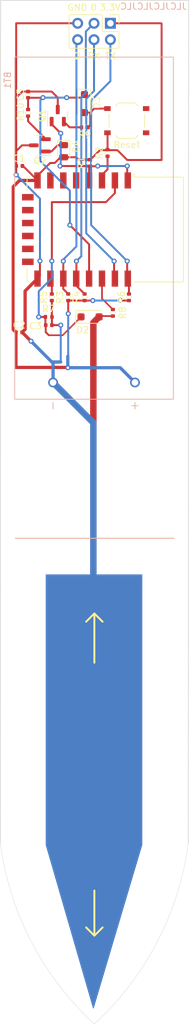
<source format=kicad_pcb>
(kicad_pcb (version 20221018) (generator pcbnew)
  (layers (0 "F.Cu" signal) (31 "B.Cu" signal) (34 "B.Paste" user) (35 "F.Paste" user) (36 "B.SilkS" user "B.Silkscreen") (37 "F.SilkS" user "F.Silkscreen") (38 "B.Mask" user) (39 "F.Mask" user) (44 "Edge.Cuts" user))
  (net 0 "")
  (net 1 "Net-(U1-EN)")
  (net 5 "+3.3V")
  (net 12 "GND")
  (net 13 "/SensorCapV")
  (net 14 "Net-(D3-A)")
  (net 15 "Net-(D4-K)")
  (net 16 "Net-(Q1-B)")
  (net 17 "Net-(Q2-B)")
  (net 18 "/GPIO0")
  (net 19 "/TX")
  (net 20 "/GPIO2")
  (net 21 "/RX")
  (net 22 "/AD0")
  (net 23 "/GPIO4")
  (net 24 "/RST")
  (net 25 "/GPIO15")
  (net 26 "/GPIO5")
  (footprint "Capacitor_SMD:C_0402_1005Metric" (layer "F.Cu") (at 128.84 46.945516 90)
    (fp_text reference "C5" (at 0 -1.16 90) (layer "F.SilkS"))
    (fp_text value "10uF")
    (fp_line (start -0.107836 -0.36) (end 0.107836 -0.36) (stroke (width 0.12)) (layer "F.SilkS"))
    (fp_line (start -0.107836 0.36) (end 0.107836 0.36) (stroke (width 0.12)) (layer "F.SilkS"))
    (pad "1" smd roundrect (at -0.48 0 90) (size 0.56 0.62) (layers "F.Cu" "F.Paste" "F.Mask") (net 23 "/GPIO4"))
    (pad "2" smd roundrect (at 0.48 0 90) (size 0.56 0.62) (layers "F.Cu" "F.Paste" "F.Mask") (net 12 "GND"))
  )
  (footprint "CustomFootprints:SW_Push_1P1T_XKB_TS-1187A" (layer "F.Cu") (at 144.144 50.977 180)
    (fp_text reference "Reset1" hide)
    (fp_text value "Reset" hide)
    (fp_line (start -2.75 -1) (end -2.75 1) (stroke (width 0.12)) (layer "F.SilkS"))
    (fp_line (start -1.75 -2.3) (end -1.3 -2.75) (stroke (width 0.12)) (layer "F.SilkS"))
    (fp_line (start -1.75 2.3) (end -1.3 2.75) (stroke (width 0.12)) (layer "F.SilkS"))
    (fp_line (start -1.3 -2.75) (end 1.3 -2.75) (stroke (width 0.12)) (layer "F.SilkS"))
    (fp_line (start -1.3 2.75) (end 1.3 2.75) (stroke (width 0.12)) (layer "F.SilkS"))
    (fp_line (start 1.75 -2.3) (end 1.3 -2.75) (stroke (width 0.12)) (layer "F.SilkS"))
    (fp_line (start 1.75 2.3) (end 1.3 2.75) (stroke (width 0.12)) (layer "F.SilkS"))
    (fp_line (start 2.75 -1) (end 2.75 1) (stroke (width 0.12)) (layer "F.SilkS"))
    (pad "1" smd rect (at -3 -1.875 180) (size 1 0.75) (layers "F.Cu" "F.Paste" "F.Mask"))
    (pad "2" smd rect (at 3 -1.875 180) (size 1 0.75) (layers "F.Cu" "F.Paste" "F.Mask") (net 5 "+3.3V"))
    (pad "3" smd rect (at -3 1.875 180) (size 1 0.75) (layers "F.Cu" "F.Paste" "F.Mask"))
    (pad "4" smd rect (at 3 1.875 180) (size 1 0.75) (layers "F.Cu" "F.Paste" "F.Mask") (net 14 "Net-(D3-A)"))
  )
  (footprint "LED_SMD:LED_0805_2012Metric" (layer "F.Cu") (at 134.36 55.703016 -90)
    (fp_text reference "D4" (at -0.7495 -1.974 90) (layer "F.SilkS"))
    (fp_text value "GREEN")
    (fp_line (start -1.685 -0.96) (end -1.685 0.96) (stroke (width 0.12)) (layer "F.SilkS"))
    (fp_line (start -1.685 0.96) (end 1 0.96) (stroke (width 0.12)) (layer "F.SilkS"))
    (fp_line (start 1 -0.96) (end -1.685 -0.96) (stroke (width 0.12)) (layer "F.SilkS"))
    (pad "1" smd roundrect (at -0.9375 0 270) (size 0.975 1.4) (layers "F.Cu" "F.Paste" "F.Mask") (net 15 "Net-(D4-K)"))
    (pad "2" smd roundrect (at 0.9375 0 270) (size 0.975 1.4) (layers "F.Cu" "F.Paste" "F.Mask") (net 5 "+3.3V"))
  )
  (footprint "Diode_SMD:D_SOD-123F" (layer "F.Cu") (at 138.45 81.36)
    (fp_text reference "D2" (at -1.164 2.032) (layer "F.SilkS"))
    (fp_text value "~")
    (fp_line (start -2.21 -1) (end -2.21 1) (stroke (width 0.12)) (layer "F.SilkS"))
    (fp_line (start -2.21 -1) (end 1.65 -1) (stroke (width 0.12)) (layer "F.SilkS"))
    (fp_line (start -2.21 1) (end 1.65 1) (stroke (width 0.12)) (layer "F.SilkS"))
    (pad "1" smd roundrect (at -1.4 0) (size 1.1 1.1) (layers "F.Cu" "F.Paste" "F.Mask") (roundrect_rratio 0.2272727273) (net 22 "/AD0"))
    (pad "2" smd roundrect (at 1.4 0) (size 1.1 1.1) (layers "F.Cu" "F.Paste" "F.Mask") (roundrect_rratio 0.2272727273) (net 13 "/SensorCapV"))
  )
  (footprint "Capacitor_SMD:C_0402_1005Metric" (layer "F.Cu") (at 132.055 82.639516 180)
    (fp_text reference "C3" (at 2.071 -0.153) (layer "F.SilkS"))
    (fp_text value "1uF")
    (fp_line (start -0.107836 -0.36) (end 0.107836 -0.36) (stroke (width 0.12)) (layer "F.SilkS"))
    (fp_line (start -0.107836 0.36) (end 0.107836 0.36) (stroke (width 0.12)) (layer "F.SilkS"))
    (pad "1" smd roundrect (at -0.48 0 180) (size 0.56 0.62) (layers "F.Cu" "F.Paste" "F.Mask") (net 12 "GND"))
    (pad "2" smd roundrect (at 0.48 0 180) (size 0.56 0.62) (layers "F.Cu" "F.Paste" "F.Mask") (net 22 "/AD0"))
  )
  (footprint "Resistor_SMD:R_0402_1005Metric" (layer "F.Cu") (at 135.064 78.323516 90)
    (fp_text reference "R3" (at 0.002 -1.27 90) (layer "F.SilkS"))
    (fp_text value "10k")
    (fp_line (start -0.153641 -0.38) (end 0.153641 -0.38) (stroke (width 0.12)) (layer "F.SilkS"))
    (fp_line (start -0.153641 0.38) (end 0.153641 0.38) (stroke (width 0.12)) (layer "F.SilkS"))
    (pad "1" smd roundrect (at -0.51 0 90) (size 0.54 0.64) (layers "F.Cu" "F.Paste" "F.Mask") (net 5 "+3.3V"))
    (pad "2" smd roundrect (at 0.51 0 90) (size 0.54 0.64) (layers "F.Cu" "F.Paste" "F.Mask") (net 20 "/GPIO2"))
  )
  (footprint "Resistor_SMD:R_0402_1005Metric" (layer "F.Cu") (at 144.48 78.319516 90)
    (fp_text reference "R6" (at 0 -1.17 90) (layer "F.SilkS"))
    (fp_text value "10k")
    (fp_line (start -0.153641 -0.38) (end 0.153641 -0.38) (stroke (width 0.12)) (layer "F.SilkS"))
    (fp_line (start -0.153641 0.38) (end 0.153641 0.38) (stroke (width 0.12)) (layer "F.SilkS"))
    (pad "1" smd roundrect (at -0.51 0 90) (size 0.54 0.64) (layers "F.Cu" "F.Paste" "F.Mask") (net 5 "+3.3V"))
    (pad "2" smd roundrect (at 0.51 0 90) (size 0.54 0.64) (layers "F.Cu" "F.Paste" "F.Mask") (net 19 "/TX"))
  )
  (footprint "Resistor_SMD:R_0402_1005Metric" (layer "F.Cu") (at 141.16 55.967516 -90)
    (fp_text reference "R2" (at 0.002 1.27 90) (layer "F.SilkS"))
    (fp_text value "10k")
    (fp_line (start -0.153641 -0.38) (end 0.153641 -0.38) (stroke (width 0.12)) (layer "F.SilkS"))
    (fp_line (start -0.153641 0.38) (end 0.153641 0.38) (stroke (width 0.12)) (layer "F.SilkS"))
    (pad "1" smd roundrect (at -0.51 0 270) (size 0.54 0.64) (layers "F.Cu" "F.Paste" "F.Mask") (net 5 "+3.3V"))
    (pad "2" smd roundrect (at 0.51 0 270) (size 0.54 0.64) (layers "F.Cu" "F.Paste" "F.Mask") (net 1 "Net-(U1-EN)"))
  )
  (footprint "Connector_PinHeader_2.54mm:PinHeader_2x03_P2.54mm_Vertical" (layer "F.Cu") (at 141.604 35.894 -90)
    (fp_text reference "J2" hide)
    (fp_text value "Programmer" hide)
    (fp_line (start -1.33 -1.33) (end 0 -1.33) (stroke (width 0.12)) (layer "F.SilkS"))
    (fp_line (start -1.33 0) (end -1.33 -1.33) (stroke (width 0.12)) (layer "F.SilkS"))
    (fp_line (start -1.33 1.27) (end -1.33 6.41) (stroke (width 0.12)) (layer "F.SilkS"))
    (fp_line (start -1.33 1.27) (end 1.27 1.27) (stroke (width 0.12)) (layer "F.SilkS"))
    (fp_line (start -1.33 6.41) (end 3.87 6.41) (stroke (width 0.12)) (layer "F.SilkS"))
    (fp_line (start 1.27 -1.33) (end 3.87 -1.33) (stroke (width 0.12)) (layer "F.SilkS"))
    (fp_line (start 1.27 1.27) (end 1.27 -1.33) (stroke (width 0.12)) (layer "F.SilkS"))
    (fp_line (start 3.87 -1.33) (end 3.87 6.41) (stroke (width 0.12)) (layer "F.SilkS"))
    (pad "1" thru_hole rect (at 0 0 270) (size 1.7 1.7) (drill 1) (layers "*.Cu" "*.Mask") (net 5 "+3.3V"))
    (pad "2" thru_hole oval (at 2.54 0 270) (size 1.7 1.7) (drill 1) (layers "*.Cu" "*.Mask") (net 19 "/TX"))
    (pad "3" thru_hole oval (at 0 2.54 270) (size 1.7 1.7) (drill 1) (layers "*.Cu" "*.Mask") (net 18 "/GPIO0"))
    (pad "4" thru_hole oval (at 2.54 2.54 270) (size 1.7 1.7) (drill 1) (layers "*.Cu" "*.Mask") (net 21 "/RX"))
    (pad "5" thru_hole oval (at 0 5.08 270) (size 1.7 1.7) (drill 1) (layers "*.Cu" "*.Mask") (net 12 "GND"))
    (pad "6" thru_hole oval (at 2.54 5.08 270) (size 1.7 1.7) (drill 1) (layers "*.Cu" "*.Mask") (net 20 "/GPIO2"))
  )
  (footprint "Resistor_SMD:R_0402_1005Metric" (layer "F.Cu") (at 138.366 57.525516 -90)
    (fp_text reference "R1" (at -0.032 1.27 90) (layer "F.SilkS"))
    (fp_text value "10k")
    (fp_line (start -0.153641 -0.38) (end 0.153641 -0.38) (stroke (width 0.12)) (layer "F.SilkS"))
    (fp_line (start -0.153641 0.38) (end 0.153641 0.38) (stroke (width 0.12)) (layer "F.SilkS"))
    (pad "1" smd roundrect (at -0.51 0 270) (size 0.54 0.64) (layers "F.Cu" "F.Paste" "F.Mask") (net 5 "+3.3V"))
    (pad "2" smd roundrect (at 0.51 0 270) (size 0.54 0.64) (layers "F.Cu" "F.Paste" "F.Mask") (net 24 "/RST"))
  )
  (footprint "Package_TO_SOT_SMD:SOT-23" (layer "F.Cu") (at 130.68 54.795516 180)
    (fp_text reference "Q2" (at 0 -2.4) (layer "F.SilkS"))
    (fp_text value "NPN")
    (fp_line (start 0 -1.56) (end -1.675 -1.56) (stroke (width 0.12)) (layer "F.SilkS"))
    (fp_line (start 0 -1.56) (end 0.65 -1.56) (stroke (width 0.12)) (layer "F.SilkS"))
    (fp_line (start 0 1.56) (end -0.65 1.56) (stroke (width 0.12)) (layer "F.SilkS"))
    (fp_line (start 0 1.56) (end 0.65 1.56) (stroke (width 0.12)) (layer "F.SilkS"))
    (pad "1" smd roundrect (at -0.9375 -0.95 180) (size 1.475 0.6) (layers "F.Cu" "F.Paste" "F.Mask") (net 15 "Net-(D4-K)"))
    (pad "2" smd roundrect (at -0.9375 0.95 180) (size 1.475 0.6) (layers "F.Cu" "F.Paste" "F.Mask") (net 17 "Net-(Q2-B)"))
    (pad "3" smd roundrect (at 0.9375 0 180) (size 1.475 0.6) (layers "F.Cu" "F.Paste" "F.Mask") (net 12 "GND"))
  )
  (footprint "Diode_SMD:D_SOD-123F" (layer "F.Cu") (at 137.58 48.325516 -90)
    (fp_text reference "D3" (at -0.127 -1.905 90) (layer "F.SilkS"))
    (fp_text value "~")
    (fp_line (start -2.21 -1) (end -2.21 1) (stroke (width 0.12)) (layer "F.SilkS"))
    (fp_line (start -2.21 -1) (end 1.65 -1) (stroke (width 0.12)) (layer "F.SilkS"))
    (fp_line (start -2.21 1) (end 1.65 1) (stroke (width 0.12)) (layer "F.SilkS"))
    (pad "1" smd roundrect (at -1.4 0 270) (size 1.1 1.1) (layers "F.Cu" "F.Paste" "F.Mask") (roundrect_rratio 0.2272727273) (net 23 "/GPIO4"))
    (pad "2" smd roundrect (at 1.4 0 270) (size 1.1 1.1) (layers "F.Cu" "F.Paste" "F.Mask") (roundrect_rratio 0.2272727273) (net 14 "Net-(D3-A)"))
  )
  (footprint "Resistor_SMD:R_0402_1005Metric" (layer "F.Cu") (at 132.52 78.325516 -90)
    (fp_text reference "R5" (at -0.004 1.266 90) (layer "F.SilkS"))
    (fp_text value "10k")
    (fp_line (start -0.153641 -0.38) (end 0.153641 -0.38) (stroke (width 0.12)) (layer "F.SilkS"))
    (fp_line (start -0.153641 0.38) (end 0.153641 0.38) (stroke (width 0.12)) (layer "F.SilkS"))
    (pad "1" smd roundrect (at -0.51 0 270) (size 0.54 0.64) (layers "F.Cu" "F.Paste" "F.Mask") (net 25 "/GPIO15"))
    (pad "2" smd roundrect (at 0.51 0 270) (size 0.54 0.64) (layers "F.Cu" "F.Paste" "F.Mask") (net 12 "GND"))
  )
  (footprint "Resistor_SMD:R_0402_1005Metric" (layer "F.Cu") (at 141.985 80.725 90)
    (fp_text reference "R8" (at 0 1.492 90) (layer "F.SilkS"))
    (fp_text value "10k")
    (fp_line (start -0.153641 -0.38) (end 0.153641 -0.38) (stroke (width 0.12)) (layer "F.SilkS"))
    (fp_line (start -0.153641 0.38) (end 0.153641 0.38) (stroke (width 0.12)) (layer "F.SilkS"))
    (pad "1" smd roundrect (at -0.51 0 90) (size 0.54 0.64) (layers "F.Cu" "F.Paste" "F.Mask") (net 13 "/SensorCapV"))
    (pad "2" smd roundrect (at 0.51 0 90) (size 0.54 0.64) (layers "F.Cu" "F.Paste" "F.Mask") (net 26 "/GPIO5"))
  )
  (footprint "Resistor_SMD:R_0402_1005Metric" (layer "F.Cu") (at 137.63 52.005516 180)
    (fp_text reference "R9" (at 0 -1.17) (layer "F.SilkS"))
    (fp_text value "5.1k")
    (fp_line (start -0.153641 -0.38) (end 0.153641 -0.38) (stroke (width 0.12)) (layer "F.SilkS"))
    (fp_line (start -0.153641 0.38) (end 0.153641 0.38) (stroke (width 0.12)) (layer "F.SilkS"))
    (pad "1" smd roundrect (at -0.51 0 180) (size 0.54 0.64) (layers "F.Cu" "F.Paste" "F.Mask") (net 14 "Net-(D3-A)"))
    (pad "2" smd roundrect (at 0.51 0 180) (size 0.54 0.64) (layers "F.Cu" "F.Paste" "F.Mask") (net 16 "Net-(Q1-B)"))
  )
  (footprint "Resistor_SMD:R_0402_1005Metric" (layer "F.Cu") (at 137.604 78.323516 90)
    (fp_text reference "R4" (at 0.002 -1.27 90) (layer "F.SilkS"))
    (fp_text value "10k")
    (fp_line (start -0.153641 -0.38) (end 0.153641 -0.38) (stroke (width 0.12)) (layer "F.SilkS"))
    (fp_line (start -0.153641 0.38) (end 0.153641 0.38) (stroke (width 0.12)) (layer "F.SilkS"))
    (pad "1" smd roundrect (at -0.51 0 90) (size 0.54 0.64) (layers "F.Cu" "F.Paste" "F.Mask") (net 5 "+3.3V"))
    (pad "2" smd roundrect (at 0.51 0 90) (size 0.54 0.64) (layers "F.Cu" "F.Paste" "F.Mask") (net 18 "/GPIO0"))
  )
  (footprint "Resistor_SMD:R_0402_1005Metric" (layer "F.Cu") (at 128.84 49.755516 -90)
    (fp_text reference "R10" (at -0.136 1.142 -90) (layer "F.SilkS"))
    (fp_text value "100k")
    (fp_line (start -0.153641 -0.38) (end 0.153641 -0.38) (stroke (width 0.12)) (layer "F.SilkS"))
    (fp_line (start -0.153641 0.38) (end 0.153641 0.38) (stroke (width 0.12)) (layer "F.SilkS"))
    (pad "1" smd roundrect (at -0.51 0 270) (size 0.54 0.64) (layers "F.Cu" "F.Paste" "F.Mask") (net 23 "/GPIO4"))
    (pad "2" smd roundrect (at 0.51 0 270) (size 0.54 0.64) (layers "F.Cu" "F.Paste" "F.Mask") (net 17 "Net-(Q2-B)"))
  )
  (footprint "Resistor_SMD:R_0402_1005Metric" (layer "F.Cu") (at 132.035 81.369516 180)
    (fp_text reference "R7" (at 0.019 1.27) (layer "F.SilkS"))
    (fp_text value "1M")
    (fp_line (start -0.153641 -0.38) (end 0.153641 -0.38) (stroke (width 0.12)) (layer "F.SilkS"))
    (fp_line (start -0.153641 0.38) (end 0.153641 0.38) (stroke (width 0.12)) (layer "F.SilkS"))
    (pad "1" smd roundrect (at -0.51 0 180) (size 0.54 0.64) (layers "F.Cu" "F.Paste" "F.Mask") (net 12 "GND"))
    (pad "2" smd roundrect (at 0.51 0 180) (size 0.54 0.64) (layers "F.Cu" "F.Paste" "F.Mask") (net 22 "/AD0"))
  )
  (footprint "RF_Module:ESP-12E" (layer "F.Cu") (at 140.8 67.830484 -90)
    (fp_text reference "U1" hide)
    (fp_text value "ESP-12F")
    (fp_line (start -8.12 -12.12) (end 8.12 -12.12) (stroke (width 0.12)) (layer "F.SilkS"))
    (fp_line (start -8.12 -4.5) (end -8.73 -4.5) (stroke (width 0.12)) (layer "F.SilkS"))
    (fp_line (start -8.12 -4.5) (end -8.12 -12.12) (stroke (width 0.12)) (layer "F.SilkS"))
    (fp_line (start -8.12 12.12) (end -8.12 11.5) (stroke (width 0.12)) (layer "F.SilkS"))
    (fp_line (start -6 12.12) (end -8.12 12.12) (stroke (width 0.12)) (layer "F.SilkS"))
    (fp_line (start 8.12 -12.12) (end 8.12 -4.5) (stroke (width 0.12)) (layer "F.SilkS"))
    (fp_line (start 8.12 11.5) (end 8.12 12.12) (stroke (width 0.12)) (layer "F.SilkS"))
    (fp_line (start 8.12 12.12) (end 6 12.12) (stroke (width 0.12)) (layer "F.SilkS"))
    (pad "1" smd rect (at -7.6 -3.5 270) (size 2.5 1) (layers "F.Cu" "F.Paste" "F.Mask") (net 24 "/RST"))
    (pad "2" smd rect (at -7.6 -1.5 270) (size 2.5 1) (layers "F.Cu" "F.Paste" "F.Mask") (net 22 "/AD0"))
    (pad "3" smd rect (at -7.6 0.5 270) (size 2.5 1) (layers "F.Cu" "F.Paste" "F.Mask") (net 1 "Net-(U1-EN)"))
    (pad "4" smd rect (at -7.6 2.5 270) (size 2.5 1) (layers "F.Cu" "F.Paste" "F.Mask") (net 24 "/RST"))
    (pad "5" smd rect (at -7.6 4.5 270) (size 2.5 1) (layers "F.Cu" "F.Paste" "F.Mask"))
    (pad "6" smd rect (at -7.6 6.5 270) (size 2.5 1) (layers "F.Cu" "F.Paste" "F.Mask"))
    (pad "7" smd rect (at -7.6 8.5 270) (size 2.5 1) (layers "F.Cu" "F.Paste" "F.Mask"))
    (pad "8" smd rect (at -7.6 10.5 270) (size 2.5 1) (layers "F.Cu" "F.Paste" "F.Mask") (net 5 "+3.3V"))
    (pad "9" smd rect (at -5 12 270) (size 1 1.8) (layers "F.Cu" "F.Paste" "F.Mask"))
    (pad "10" smd rect (at -3 12 270) (size 1 1.8) (layers "F.Cu" "F.Paste" "F.Mask"))
    (pad "11" smd rect (at -1 12 270) (size 1 1.8) (layers "F.Cu" "F.Paste" "F.Mask"))
    (pad "12" smd rect (at 1 12 270) (size 1 1.8) (layers "F.Cu" "F.Paste" "F.Mask"))
    (pad "13" smd rect (at 3 12 270) (size 1 1.8) (layers "F.Cu" "F.Paste" "F.Mask"))
    (pad "14" smd rect (at 5 12 270) (size 1 1.8) (layers "F.Cu" "F.Paste" "F.Mask"))
    (pad "15" smd rect (at 7.6 10.5 270) (size 2.5 1) (layers "F.Cu" "F.Paste" "F.Mask") (net 12 "GND"))
    (pad "16" smd rect (at 7.6 8.5 270) (size 2.5 1) (layers "F.Cu" "F.Paste" "F.Mask") (net 25 "/GPIO15"))
    (pad "17" smd rect (at 7.6 6.5 270) (size 2.5 1) (layers "F.Cu" "F.Paste" "F.Mask") (net 20 "/GPIO2"))
    (pad "18" smd rect (at 7.6 4.5 270) (size 2.5 1) (layers "F.Cu" "F.Paste" "F.Mask") (net 18 "/GPIO0"))
    (pad "19" smd rect (at 7.6 2.5 270) (size 2.5 1) (layers "F.Cu" "F.Paste" "F.Mask") (net 23 "/GPIO4"))
    (pad "20" smd rect (at 7.6 0.5 270) (size 2.5 1) (layers "F.Cu" "F.Paste" "F.Mask") (net 26 "/GPIO5"))
    (pad "21" smd rect (at 7.6 -1.5 270) (size 2.5 1) (layers "F.Cu" "F.Paste" "F.Mask") (net 21 "/RX"))
    (pad "22" smd rect (at 7.6 -3.5 270) (size 2.5 1) (layers "F.Cu" "F.Paste" "F.Mask") (net 19 "/TX"))
    (zone (net 0) (net_name "") (layers "*.Cu") (connect_pads (clearance 0)) (min_thickness 0.254)
      (keepout (tracks not_allowed) (vias not_allowed) (pads not_allowed) (copperpour not_allowed) (footprints not_allowed))
      (fill (thermal_gap 0.508) (thermal_bridge_width 0.508))
      (polygon (pts (xy 145.6 59.710484) (xy 145.6 75.950484) (xy 152.92 75.950484) (xy 152.92 59.710484)))
    )
  )
  (footprint "Capacitor_SMD:C_0402_1005Metric" (layer "F.Cu") (at 127.48 57.985516)
    (fp_text reference "C1" (at 0 -1.16) (layer "F.SilkS"))
    (fp_text value "100nF")
    (fp_line (start -0.107836 -0.36) (end 0.107836 -0.36) (stroke (width 0.12)) (layer "F.SilkS"))
    (fp_line (start -0.107836 0.36) (end 0.107836 0.36) (stroke (width 0.12)) (layer "F.SilkS"))
    (pad "1" smd roundrect (at -0.48 0) (size 0.56 0.62) (layers "F.Cu" "F.Paste" "F.Mask") (net 12 "GND"))
    (pad "2" smd roundrect (at 0.48 0) (size 0.56 0.62) (layers "F.Cu" "F.Paste" "F.Mask") (net 5 "+3.3V"))
  )
  (footprint "Package_TO_SOT_SMD:SOT-23" (layer "F.Cu") (at 133.44 50.183016 90)
    (fp_text reference "Q1" (at 0 -2.4 90) (layer "F.SilkS"))
    (fp_text value "NPN")
    (fp_line (start 0 -1.56) (end -1.675 -1.56) (stroke (width 0.12)) (layer "F.SilkS"))
    (fp_line (start 0 -1.56) (end 0.65 -1.56) (stroke (width 0.12)) (layer "F.SilkS"))
    (fp_line (start 0 1.56) (end -0.65 1.56) (stroke (width 0.12)) (layer "F.SilkS"))
    (fp_line (start 0 1.56) (end 0.65 1.56) (stroke (width 0.12)) (layer "F.SilkS"))
    (pad "1" smd roundrect (at -0.9375 -0.95 90) (size 1.475 0.6) (layers "F.Cu" "F.Paste" "F.Mask") (net 24 "/RST"))
    (pad "2" smd roundrect (at -0.9375 0.95 90) (size 1.475 0.6) (layers "F.Cu" "F.Paste" "F.Mask") (net 16 "Net-(Q1-B)"))
    (pad "3" smd roundrect (at 0.9375 0 90) (size 1.475 0.6) (layers "F.Cu" "F.Paste" "F.Mask") (net 12 "GND"))
  )
  (footprint "Capacitor_SMD:C_0402_1005Metric" (layer "F.Cu") (at 127.44 83.745516 180)
    (fp_text reference "C2" (at 0 1.106) (layer "F.SilkS"))
    (fp_text value "10uF")
    (fp_line (start -0.107836 -0.36) (end 0.107836 -0.36) (stroke (width 0.12)) (layer "F.SilkS"))
    (fp_line (start -0.107836 0.36) (end 0.107836 0.36) (stroke (width 0.12)) (layer "F.SilkS"))
    (pad "1" smd roundrect (at -0.48 0 180) (size 0.56 0.62) (layers "F.Cu" "F.Paste" "F.Mask") (net 12 "GND"))
    (pad "2" smd roundrect (at 0.48 0 180) (size 0.56 0.62) (layers "F.Cu" "F.Paste" "F.Mask") (net 5 "+3.3V"))
  )
  (footprint "CustomFootprints:BAT_2468" (layer "B.Cu") (at 139.064 67.62 -90)
    (fp_text reference "BT1" (at -22.89 13.4 90) (layer "B.SilkS") (effects (justify mirror)))
    (fp_text value "2468")
    (fp_line (start -26.49 -12.295) (end -26.49 12.295) (stroke (width 0.127)) (layer "B.SilkS"))
    (fp_line (start -26.49 12.295) (end 26.49 12.295) (stroke (width 0.127)) (layer "B.SilkS"))
    (fp_line (start 26.49 -12.295) (end -26.49 -12.295) (stroke (width 0.127)) (layer "B.SilkS"))
    (fp_line (start 26.49 12.295) (end 26.49 -12.295) (stroke (width 0.127)) (layer "B.SilkS"))
    (fp_line (start 26.995 -6.35) (end 27.995 -6.35) (stroke (width 0.127)) (layer "B.SilkS"))
    (fp_line (start 26.995 6.35) (end 27.995 6.35) (stroke (width 0.127)) (layer "B.SilkS"))
    (fp_line (start 27.495 -5.85) (end 27.495 -6.85) (stroke (width 0.127)) (layer "B.SilkS"))
    (pad "1" thru_hole circle (at 23.9 -6.35 270) (size 1.53 1.53) (drill 1.02) (layers "*.Cu" "*.Mask") (net 5 "+3.3V"))
    (pad "2" thru_hole circle (at 23.9 6.35 270) (size 1.53 1.53) (drill 1.02) (layers "*.Cu" "*.Mask") (net 12 "GND"))
  )
  (gr_line (start 126.872 115.65) (end 151.51 115.65) (stroke (width 0.15)) (layer "B.SilkS"))
  (gr_line (start 126.872 115.65) (end 151.51 115.65) (stroke (width 0.15)) (layer "F.SilkS"))
  (gr_line (start 139.117 170.2) (end 139.117 177.185) (stroke (width 0.3048)) (layer "F.SilkS"))
  (gr_line (start 139.117 134.91) (end 139.117 127.29) (stroke (width 0.3048)) (layer "F.SilkS"))
  (gr_line (start 139.117 127.29) (end 137.847 128.56) (stroke (width 0.3048)) (layer "F.SilkS"))
  (gr_line (start 139.117 177.185) (end 137.847 175.915) (stroke (width 0.3048)) (layer "F.SilkS"))
  (gr_line (start 139.117 127.29) (end 140.387 128.56) (stroke (width 0.3048)) (layer "F.SilkS"))
  (gr_line (start 139.117 177.185) (end 140.387 175.915) (stroke (width 0.3048)) (layer "F.SilkS"))
  (gr_line (start 153.728937 32.338) (end 153.68 162.865516) (stroke (width 0.1)) (layer "Edge.Cuts"))
  (gr_line (start 153.728937 32.338) (end 124.586 32.338) (stroke (width 0.1)) (layer "Edge.Cuts"))
  (gr_arc (start 139.108531 190.848066) (mid 129.353737 178.142515) (end 124.537063 162.865516) (stroke (width 0.05)) (layer "Edge.Cuts"))
  (gr_line (start 124.586 32.338) (end 124.537063 162.865516) (stroke (width 0.1)) (layer "Edge.Cuts"))
  (gr_arc (start 153.679999 162.865516) (mid 148.863325 178.142515) (end 139.108531 190.848066) (stroke (width 0.05)) (layer "Edge.Cuts"))
  (gr_text "JLCJLCJLCJLC" (at 153.542 33.862) (layer "B.SilkS") (effects (font (size 1 1)) (justify left bottom mirror)))
  (gr_text "2" (at 136.524 40.974) (layer "F.SilkS") (effects (font (size 1 1))))
  (gr_text "TX" (at 141.604 40.974) (layer "F.SilkS") (effects (font (size 1 1))))
  (gr_text "RX" (at 139.064 40.974) (layer "F.SilkS") (effects (font (size 1 1))))
  (gr_text "0" (at 139.012 33.442) (layer "F.SilkS") (effects (font (size 1 1))))
  (gr_text "Reset" (at 144.144 54.69) (layer "F.SilkS") (effects (font (size 1 1))))
  (gr_text "3.3V" (at 141.552 33.442) (layer "F.SilkS") (effects (font (size 1 1))))
  (gr_text "GND" (at 136.472 33.442) (layer "F.SilkS") (effects (font (size 1 1))))
  (segment (start 140.3 59.369516) (end 141.16 58.509516) (width 0.3) (layer "F.Cu") (net 1))
  (segment (start 140.3 60.230484) (end 140.3 59.369516) (width 0.3) (layer "F.Cu") (net 1))
  (segment (start 141.16 56.477516) (end 141.16 58.509516) (width 0.3) (layer "F.Cu") (net 1))
  (segment (start 139.97 55.545516) (end 138.5 57.015516) (width 0.3) (layer "F.Cu") (net 5))
  (segment (start 126.54 83.325516) (end 126.96 83.745516) (width 0.5) (layer "F.Cu") (net 5))
  (segment (start 137.604 78.833516) (end 138.87 78.833516) (width 0.3) (layer "F.Cu") (net 5))
  (segment (start 134.36 56.640516) (end 136.285 56.640516) (width 0.3) (layer "F.Cu") (net 5))
  (segment (start 141.248 55.545516) (end 141.16 55.457516) (width 0.3) (layer "F.Cu") (net 5))
  (segment (start 135.064 78.833516) (end 135.064 80.769516) (width 0.3) (layer "F.Cu") (net 5))
  (segment (start 134.951516 89.185516) (end 126.96 89.185516) (width 0.5) (layer "F.Cu") (net 5))
  (segment (start 139.97 55.545516) (end 141.072 55.545516) (width 0.3) (layer "F.Cu") (net 5))
  (segment (start 144.210064 57.065516) (end 142.690064 55.545516) (width 0.3) (layer "F.Cu") (net 5))
  (segment (start 127.96 57.985516) (end 128.055032 57.985516) (width 0.3) (layer "F.Cu") (net 5))
  (segment (start 135 89.234) (end 134.951516 89.185516) (width 0.5) (layer "F.Cu") (net 5))
  (segment (start 142.690064 55.545516) (end 141.248 55.545516) (width 0.3) (layer "F.Cu") (net 5))
  (segment (start 141.604 35.894) (end 149.478 35.894) (width 0.3) (layer "F.Cu") (net 5))
  (segment (start 126.54 61.205516) (end 126.54 83.325516) (width 0.5) (layer "F.Cu") (net 5))
  (segment (start 126.96 89.185516) (end 126.96 83.745516) (width 0.5) (layer "F.Cu") (net 5))
  (segment (start 130.3 60.230484) (end 130.3 59.480484) (width 0.3) (layer "F.Cu") (net 5))
  (segment (start 141.16 55.457516) (end 141.16 53.042) (width 0.3) (layer "F.Cu") (net 5))
  (segment (start 136.285 56.640516) (end 136.66 57.015516) (width 0.3) (layer "F.Cu") (net 5))
  (segment (start 134.36 56.640516) (end 133.865 56.640516) (width 0.3) (layer "F.Cu") (net 5))
  (segment (start 130.3 59.480484) (end 132.254968 57.525516) (width 0.3) (layer "F.Cu") (net 5))
  (segment (start 141.072 55.545516) (end 141.16 55.457516) (width 0.3) (layer "F.Cu") (net 5))
  (segment (start 132.254968 57.525516) (end 132.98 57.525516) (width 0.3) (layer "F.Cu") (net 5))
  (segment (start 135.064 80.769516) (end 135.064 80.861516) (width 0.3) (layer "F.Cu") (net 5))
  (segment (start 138.87 78.833516) (end 138.874 78.829516) (width 0.3) (layer "F.Cu") (net 5))
  (segment (start 149.54 35.956) (end 149.54 57.065516) (width 0.3) (layer "F.Cu") (net 5))
  (segment (start 135.064 78.833516) (end 137.604 78.833516) (width 0.3) (layer "F.Cu") (net 5))
  (segment (start 128.055032 57.985516) (end 130.3 60.230484) (width 0.3) (layer "F.Cu") (net 5))
  (segment (start 127.515032 60.230484) (end 126.54 61.205516) (width 0.5) (layer "F.Cu") (net 5))
  (segment (start 149.478 35.894) (end 149.54 35.956) (width 0.3) (layer "F.Cu") (net 5))
  (segment (start 149.54 57.065516) (end 144.210064 57.065516) (width 0.3) (layer "F.Cu") (net 5))
  (segment (start 130.3 60.230484) (end 127.515032 60.230484) (width 0.5) (layer "F.Cu") (net 5))
  (segment (start 133.865 56.640516) (end 132.98 57.525516) (width 0.3) (layer "F.Cu") (net 5))
  (segment (start 136.66 57.015516) (end 138.5 57.015516) (width 0.3) (layer "F.Cu") (net 5))
  (segment (start 144.48 78.829516) (end 143.15 78.829516) (width 0.3) (layer "F.Cu") (net 5))
  (via (at 135 89.234) (size 0.8) (drill 0.4) (layers "F.Cu" "B.Cu") (net 5))
  (via (at 143.1 78.779516) (size 0.8) (drill 0.4) (layers "F.Cu" "B.Cu") (net 5))
  (via (at 138.874 78.829516) (size 0.8) (drill 0.4) (layers "F.Cu" "B.Cu") (net 5))
  (via (at 135.064 80.861516) (size 0.8) (drill 0.4) (layers "F.Cu" "B.Cu") (net 5))
  (segment (start 138.874 78.829516) (end 143.05 78.829516) (width 0.3) (layer "B.Cu") (net 5))
  (segment (start 142.366 89.234) (end 143.128 89.234) (width 0.5) (layer "B.Cu") (net 5))
  (segment (start 135 89.234) (end 142.366 89.234) (width 0.5) (layer "B.Cu") (net 5))
  (segment (start 135 87.456) (end 135.064 87.392) (width 0.3) (layer "B.Cu") (net 5))
  (segment (start 143.128 89.234) (end 145.414 91.52) (width 0.5) (layer "B.Cu") (net 5))
  (segment (start 135 89.234) (end 135 87.456) (width 0.5) (layer "B.Cu") (net 5))
  (segment (start 135.064 87.392) (end 135.064 80.861516) (width 0.3) (layer "B.Cu") (net 5))
  (segment (start 127.89 54.795516) (end 129.7425 54.795516) (width 0.3) (layer "F.Cu") (net 12))
  (segment (start 132.5 46.465516) (end 133.44 47.405516) (width 0.3) (layer "F.Cu") (net 12))
  (segment (start 127 57.985516) (end 127 59.365516) (width 0.3) (layer "F.Cu") (net 12))
  (segment (start 130.68 75.050484) (end 130.3 75.430484) (width 0.3) (layer "F.Cu") (net 12))
  (segment (start 128.38 77.350484) (end 128.38 83.285516) (width 0.5) (layer "F.Cu") (net 12))
  (segment (start 129.3 85.125516) (end 127.92 83.745516) (width 0.5) (layer "F.Cu") (net 12))
  (segment (start 136.524 35.894) (end 127 35.894) (width 0.3) (layer "F.Cu") (net 12))
  (segment (start 130.3 75.430484) (end 128.38 77.350484) (width 0.5) (layer "F.Cu") (net 12))
  (segment (start 127 55.685516) (end 127.89 54.795516) (width 0.3) (layer "F.Cu") (net 12))
  (segment (start 127 47.405516) (end 127 35.894) (width 0.3) (layer "F.Cu") (net 12))
  (segment (start 128.38 83.285516) (end 127.92 83.745516) (width 0.5) (layer "F.Cu") (net 12))
  (segment (start 133.9 82.639516) (end 132.535 82.639516) (width 0.3) (layer "F.Cu") (net 12))
  (segment (start 132.52 78.835516) (end 132.52 81.344516) (width 0.3) (layer "F.Cu") (net 12))
  (segment (start 132.535 81.379516) (end 132.545 81.369516) (width 0.3) (layer "F.Cu") (net 12))
  (segment (start 133.44 47.405516) (end 133.44 49.245516) (width 0.3) (layer "F.Cu") (net 12))
  (segment (start 127 57.985516) (end 127 55.685516) (width 0.3) (layer "F.Cu") (net 12))
  (segment (start 127 55.685516) (end 127 47.405516) (width 0.3) (layer "F.Cu") (net 12))
  (segment (start 127 47.405516) (end 127.94 46.465516) (width 0.3) (layer "F.Cu") (net 12))
  (segment (start 130.68 72.705516) (end 130.68 75.050484) (width 0.3) (layer "F.Cu") (net 12))
  (segment (start 128.84 46.465516) (end 132.5 46.465516) (width 0.3) (layer "F.Cu") (net 12))
  (segment (start 132.52 81.344516) (end 132.545 81.369516) (width 0.3) (layer "F.Cu") (net 12))
  (segment (start 127.94 46.465516) (end 128.84 46.465516) (width 0.3) (layer "F.Cu") (net 12))
  (segment (start 132.535 82.639516) (end 132.535 81.379516) (width 0.3) (layer "F.Cu") (net 12))
  (via (at 130.68 72.705516) (size 0.8) (drill 0.4) (layers "F.Cu" "B.Cu") (net 12))
  (via (at 127 59.365516) (size 0.8) (drill 0.4) (layers "F.Cu" "B.Cu") (net 12))
  (via (at 129.3 85.125516) (size 0.8) (drill 0.4) (layers "F.Cu" "B.Cu") (net 12))
  (via (at 133.9 82.639516) (size 0.8) (drill 0.4) (layers "F.Cu" "B.Cu") (net 12))
  (segment (start 133.9 82.639516) (end 133.9 88.345516) (width 0.3) (layer "B.Cu") (net 12))
  (segment (start 132.714 88.539516) (end 132.714 91.52) (width 0.5) (layer "B.Cu") (net 12))
  (segment (start 127 59.365516) (end 130.68 63.045516) (width 0.3) (layer "B.Cu") (net 12))
  (segment (start 132.52 88.345516) (end 129.3 85.125516) (width 0.5) (layer "B.Cu") (net 12))
  (segment (start 133.9 88.345516) (end 132.52 88.345516) (width 0.5) (layer "B.Cu") (net 12))
  (segment (start 138.96 129.978384) (end 138.96 128.178384) (width 0.5) (layer "B.Cu") (net 12))
  (segment (start 130.68 63.045516) (end 130.68 72.705516) (width 0.3) (layer "B.Cu") (net 12))
  (segment (start 132.714 88.539516) (end 132.52 88.345516) (width 0.5) (layer "B.Cu") (net 12))
  (segment (start 138.96 128.178384) (end 138.92 128.138384) (width 0.5) (layer "B.Cu") (net 12))
  (segment (start 138.96 127.88) (end 138.96 99.394) (width 1) (layer "B.Cu") (net 12))
  (segment (start 138.96 99.394) (end 138.96 97.766) (width 1) (layer "B.Cu") (net 12))
  (segment (start 138.96 97.766) (end 132.714 91.52) (width 1) (layer "B.Cu") (net 12))
  (segment (start 139.975 81.235) (end 139.85 81.36) (width 0.25) (layer "F.Cu") (net 13))
  (segment (start 141.985 81.235) (end 139.975 81.235) (width 0.25) (layer "F.Cu") (net 13))
  (segment (start 138.96 82.25) (end 139.85 81.36) (width 1) (layer "F.Cu") (net 13))
  (segment (start 138.96 127.905516) (end 138.96 82.25) (width 1) (layer "F.Cu") (net 13))
  (segment (start 138.48 51.665516) (end 138.14 52.005516) (width 0.3) (layer "F.Cu") (net 14))
  (segment (start 137.58 49.725516) (end 138.48 49.725516) (width 0.3) (layer "F.Cu") (net 14))
  (segment (start 138.48 49.725516) (end 138.48 51.665516) (width 0.3) (layer "F.Cu") (net 14))
  (segment (start 139.103516 49.102) (end 138.48 49.725516) (width 0.3) (layer "F.Cu") (net 14))
  (segment (start 139.103516 49.102) (end 141.35 49.102) (width 0.3) (layer "F.Cu") (net 14))
  (segment (start 133.44 54.765516) (end 134.36 54.765516) (width 0.3) (layer "F.Cu") (net 15))
  (segment (start 131.6175 55.745516) (end 132.46 55.745516) (width 0.3) (layer "F.Cu") (net 15))
  (segment (start 132.46 55.745516) (end 133.44 54.765516) (width 0.3) (layer "F.Cu") (net 15))
  (segment (start 137.12 52.005516) (end 135.275 52.005516) (width 0.3) (layer "F.Cu") (net 16))
  (segment (start 135.275 52.005516) (end 134.39 51.120516) (width 0.3) (layer "F.Cu") (net 16))
  (segment (start 128.84 51.068016) (end 128.84 50.265516) (width 0.3) (layer "F.Cu") (net 17))
  (segment (start 131.6175 53.845516) (end 128.84 51.068016) (width 0.3) (layer "F.Cu") (net 17))
  (segment (start 136.3 76.509516) (end 136.3 75.430484) (width 0.3) (layer "F.Cu") (net 18))
  (segment (start 137.604 77.813516) (end 136.3 76.509516) (width 0.3) (layer "F.Cu") (net 18))
  (segment (start 136.334 72.733516) (end 136.334 75.396484) (width 0.3) (layer "F.Cu") (net 18))
  (via (at 136.334 72.733516) (size 0.8) (drill 0.4) (layers "F.Cu" "B.Cu") (net 18))
  (segment (start 137.096 71.971516) (end 136.334 72.733516) (width 0.3) (layer "B.Cu") (net 18))
  (segment (start 137.794 37.164) (end 137.794 46.635516) (width 0.3) (layer "B.Cu") (net 18))
  (segment (start 139.064 35.894) (end 137.794 37.164) (width 0.3) (layer "B.Cu") (net 18))
  (segment (start 137.096 47.333516) (end 137.096 71.971516) (width 0.3) (layer "B.Cu") (net 18))
  (segment (start 137.794 46.635516) (end 137.096 47.333516) (width 0.3) (layer "B.Cu") (net 18))
  (segment (start 144.208 72.733516) (end 144.208 75.338484) (width 0.3) (layer "F.Cu") (net 19))
  (segment (start 144.208 75.338484) (end 144.3 75.430484) (width 0.3) (layer "F.Cu") (net 19))
  (segment (start 144.48 77.715516) (end 144.48 75.610484) (width 0.3) (layer "F.Cu") (net 19))
  (segment (start 144.48 75.610484) (end 144.3 75.430484) (width 0.3) (layer "F.Cu") (net 19))
  (via (at 144.208 72.733516) (size 0.8) (drill 0.4) (layers "F.Cu" "B.Cu") (net 19))
  (segment (start 138.62 67.145516) (end 144.208 72.733516) (width 0.3) (layer "B.Cu") (net 19))
  (segment (start 141.604 38.434) (end 141.604 44.857516) (width 0.3) (layer "B.Cu") (net 19))
  (segment (start 138.62 47.841516) (end 138.62 67.145516) (width 0.3) (layer "B.Cu") (net 19))
  (segment (start 141.604 44.857516) (end 138.62 47.841516) (width 0.3) (layer "B.Cu") (net 19))
  (segment (start 134.3 77.049516) (end 134.3 75.430484) (width 0.3) (layer "F.Cu") (net 20))
  (segment (start 135.064 77.813516) (end 134.3 77.049516) (width 0.3) (layer "F.Cu") (net 20))
  (segment (start 134.302 72.733516) (end 134.302 75.428484) (width 0.3) (layer "F.Cu") (net 20))
  (via (at 134.302 72.733516) (size 0.8) (drill 0.4) (layers "F.Cu" "B.Cu") (net 20))
  (segment (start 136.524 38.434) (end 136.334 38.624) (width 0.3) (layer "B.Cu") (net 20))
  (segment (start 134.302 72.479516) (end 134.302 72.733516) (width 0.3) (layer "B.Cu") (net 20))
  (segment (start 136.334 38.624) (end 136.334 70.447516) (width 0.3) (layer "B.Cu") (net 20))
  (segment (start 136.334 70.447516) (end 134.302 72.479516) (width 0.3) (layer "B.Cu") (net 20))
  (segment (start 142.176 75.306484) (end 142.3 75.430484) (width 0.3) (layer "F.Cu") (net 21))
  (segment (start 142.176 72.733516) (end 142.176 75.306484) (width 0.3) (layer "F.Cu") (net 21))
  (via (at 142.176 72.733516) (size 0.8) (drill 0.4) (layers "F.Cu" "B.Cu") (net 21))
  (segment (start 139.064 46.381516) (end 139.064 38.434) (width 0.3) (layer "B.Cu") (net 21))
  (segment (start 137.858 68.415516) (end 137.858 47.587516) (width 0.3) (layer "B.Cu") (net 21))
  (segment (start 142.176 72.733516) (end 137.858 68.415516) (width 0.3) (layer "B.Cu") (net 21))
  (segment (start 137.858 47.587516) (end 139.064 46.381516) (width 0.3) (layer "B.Cu") (net 21))
  (segment (start 132.524 71.971516) (end 132.524 63.589516) (width 0.3) (layer "F.Cu") (net 22))
  (segment (start 137.05 81.36) (end 134.204484 84.205516) (width 0.25) (layer "F.Cu") (net 22))
  (segment (start 132.52 72.705516) (end 132.52 71.975516) (width 0.3) (layer "F.Cu") (net 22))
  (segment (start 131.525 82.589516) (end 131.575 82.639516) (width 0.3) (layer "F.Cu") (net 22))
  (segment (start 131.575 82.639516) (end 131.575 83.720516) (width 0.3) (layer "F.Cu") (net 22))
  (segment (start 134.204484 84.205516) (end 132.06 84.205516) (width 0.25) (layer "F.Cu") (net 22))
  (segment (start 130.492 81.369516) (end 131.525 81.369516) (width 0.3) (layer "F.Cu") (net 22))
  (segment (start 131.525 81.369516) (end 131.525 82.589516) (width 0.3) (layer "F.Cu") (net 22))
  (segment (start 132.52 71.975516) (end 132.524 71.971516) (width 0.3) (layer "F.Cu") (net 22))
  (segment (start 142.3 62.195516) (end 142.3 60.230484) (width 0.3) (layer "F.Cu") (net 22))
  (segment (start 131.575 83.720516) (end 132.06 84.205516) (width 0.3) (layer "F.Cu") (net 22))
  (segment (start 132.524 63.589516) (end 140.906 63.589516) (width 0.3) (layer "F.Cu") (net 22))
  (segment (start 140.906 63.589516) (end 142.3 62.195516) (width 0.3) (layer "F.Cu") (net 22))
  (via (at 132.52 72.705516) (size 0.8) (drill 0.4) (layers "F.Cu" "B.Cu") (net 22))
  (via (at 130.492 81.369516) (size 0.8) (drill 0.4) (layers "F.Cu" "B.Cu") (net 22))
  (segment (start 130.492 77.399516) (end 132.52 75.371516) (width 0.3) (layer "B.Cu") (net 22))
  (segment (start 132.52 75.371516) (end 132.52 72.705516) (width 0.3) (layer "B.Cu") (net 22))
  (segment (start 130.492 81.369516) (end 130.492 77.399516) (width 0.3) (layer "B.Cu") (net 22))
  (segment (start 131.12 47.425516) (end 131.14 47.405516) (width 0.3) (layer "F.Cu") (net 23))
  (segment (start 137.1 47.405516) (end 137.58 46.925516) (width 0.3) (layer "F.Cu") (net 23))
  (segment (start 128.84 49.245516) (end 128.84 47.425516) (width 0.3) (layer "F.Cu") (net 23))
  (segment (start 138.3 70.127516) (end 135.318 67.145516) (width 0.3) (layer "F.Cu") (net 23))
  (segment (start 138.3 75.430484) (end 138.3 70.127516) (width 0.3) (layer "F.Cu") (net 23))
  (segment (start 128.84 47.425516) (end 131.12 47.425516) (width 0.3) (layer "F.Cu") (net 23))
  (segment (start 134.82 47.405516) (end 137.1 47.405516) (width 0.3) (layer "F.Cu") (net 23))
  (via (at 135.318 67.145516) (size 0.8) (drill 0.4) (layers "F.Cu" "B.Cu") (net 23))
  (via (at 134.82 47.405516) (size 0.8) (drill 0.4) (layers "F.Cu" "B.Cu") (net 23))
  (via (at 131.14 47.405516) (size 0.8) (drill 0.4) (layers "F.Cu" "B.Cu") (net 23))
  (segment (start 130.746 57.239516) (end 135.318 61.811516) (width 0.3) (layer "B.Cu") (net 23))
  (segment (start 135.318 61.811516) (end 135.318 67.145516) (width 0.3) (layer "B.Cu") (net 23))
  (segment (start 131.14 47.405516) (end 130.746 47.799516) (width 0.3) (layer "B.Cu") (net 23))
  (segment (start 131.14 47.405516) (end 134.82 47.405516) (width 0.3) (layer "B.Cu") (net 23))
  (segment (start 130.746 47.799516) (end 130.746 57.239516) (width 0.3) (layer "B.Cu") (net 23))
  (segment (start 139.602 58.035516) (end 139.636 58.001516) (width 0.3) (layer "F.Cu") (net 24))
  (segment (start 144.208 58.001516) (end 144.208 60.138484) (width 0.3) (layer "F.Cu") (net 24))
  (segment (start 133.794 58.001516) (end 138.332 58.001516) (width 0.3) (layer "F.Cu") (net 24))
  (segment (start 138.3 58.101516) (end 138.366 58.035516) (width 0.3) (layer "F.Cu") (net 24))
  (segment (start 138.332 58.001516) (end 138.366 58.035516) (width 0.3) (layer "F.Cu") (net 24))
  (segment (start 132.49 51.515516) (end 133.9 52.925516) (width 0.3) (layer "F.Cu") (net 24))
  (segment (start 138.3 60.230484) (end 138.3 58.101516) (width 0.3) (layer "F.Cu") (net 24))
  (segment (start 138.366 58.035516) (end 139.602 58.035516) (width 0.3) (layer "F.Cu") (net 24))
  (segment (start 144.208 60.138484) (end 144.3 60.230484) (width 0.3) (layer "F.Cu") (net 24))
  (segment (start 132.49 51.120516) (end 132.49 51.515516) (width 0.3) (layer "F.Cu") (net 24))
  (via (at 133.9 52.925516) (size 0.8) (drill 0.4) (layers "F.Cu" "B.Cu") (net 24))
  (via (at 139.636 58.001516) (size 0.8) (drill 0.4) (layers "F.Cu" "B.Cu") (net 24))
  (via (at 133.794 58.001516) (size 0.8) (drill 0.4) (layers "F.Cu" "B.Cu") (net 24))
  (via (at 144.208 58.001516) (size 0.8) (drill 0.4) (layers "F.Cu" "B.Cu") (net 24))
  (segment (start 139.636 58.001516) (end 144.208 58.001516) (width 0.3) (layer "B.Cu") (net 24))
  (segment (start 133.794 58.001516) (end 133.9 57.895516) (width 0.3) (layer "B.Cu") (net 24))
  (segment (start 133.9 57.895516) (end 133.9 52.925516) (width 0.3) (layer "B.Cu") (net 24))
  (segment (start 132.52 77.815516) (end 132.52 75.650484) (width 0.3) (layer "F.Cu") (net 25))
  (segment (start 132.52 75.650484) (end 132.3 75.430484) (width 0.3) (layer "F.Cu") (net 25))
  (segment (start 140.3 78.53) (end 141.985 80.215) (width 0.25) (layer "F.Cu") (net 26))
  (segment (start 140.3 75.430484) (end 140.3 78.53) (width 0.25) (layer "F.Cu") (net 26))
  (zone (net 13) (net_name "/SensorCapV") (layer "F.Cu") (priority 6) (connect_pads yes (clearance 0)) (min_thickness 0.127) (fill yes (thermal_gap 0.5) (thermal_bridge_width 0.5) (island_removal_mode 1) (island_area_min 10))
    (polygon (pts (xy 141.783768 175.999284) (xy 141.765249 176.305447) (xy 141.763401 176.320672) (xy 141.708112 176.622371) (xy 141.704442 176.637261) (xy 141.613191 176.930095) (xy 141.607752 176.944434) (xy 141.481869 177.224135) (xy 141.474742 177.237715) (xy 141.316063 177.500202) (xy 141.307351 177.512823) (xy 141.118189 177.754271) (xy 141.10802 177.765751) (xy 140.891135 177.982636) (xy 140.879655 177.992805) (xy 140.638207 178.181967) (xy 140.625586 178.190679) (xy 140.363099 178.349358) (xy 140.349519 178.356485) (xy 140.069818 178.482368) (xy 140.055479 178.487807) (xy 139.762645 178.579058) (xy 139.747755 178.582728) (xy 139.446056 178.638017) (xy 139.430831 178.639865) (xy 139.124668 178.658384) (xy 139.109332 178.658384) (xy 138.803169 178.639865) (xy 138.787944 178.638017) (xy 138.486245 178.582728) (xy 138.471355 178.579058) (xy 138.178521 178.487807) (xy 138.164182 178.482368) (xy 137.884481 178.356485) (xy 137.870901 178.349358) (xy 137.608414 178.190679) (xy 137.595793 178.181967) (xy 137.354345 177.992805) (xy 137.342865 177.982636) (xy 137.12598 177.765751) (xy 137.115811 177.754271) (xy 136.926649 177.512823) (xy 136.917937 177.500202) (xy 136.759258 177.237715) (xy 136.752131 177.224135) (xy 136.626248 176.944434) (xy 136.620809 176.930095) (xy 136.529558 176.637261) (xy 136.525888 176.622371) (xy 136.470599 176.320672) (xy 136.468751 176.305447) (xy 136.450232 175.999284) (xy 136.45 175.991616) (xy 136.45 129.001616) (xy 136.450232 128.993948) (xy 136.468751 128.687785) (xy 136.470599 128.67256) (xy 136.525888 128.370861) (xy 136.529558 128.355971) (xy 136.620809 128.063137) (xy 136.626248 128.048798) (xy 136.752131 127.769097) (xy 136.759258 127.755517) (xy 136.917937 127.49303) (xy 136.926649 127.480409) (xy 137.115811 127.238961) (xy 137.12598 127.227481) (xy 137.342865 127.010596) (xy 137.354345 127.000427) (xy 137.595793 126.811265) (xy 137.608414 126.802553) (xy 137.870901 126.643874) (xy 137.884481 126.636747) (xy 138.164182 126.510864) (xy 138.178521 126.505425) (xy 138.471355 126.414174) (xy 138.486245 126.410504) (xy 138.787944 126.355215) (xy 138.803169 126.353367) (xy 139.109332 126.334848) (xy 139.124668 126.334848) (xy 139.430831 126.353367) (xy 139.446056 126.355215) (xy 139.747755 126.410504) (xy 139.762645 126.414174) (xy 140.055479 126.505425) (xy 140.069818 126.510864) (xy 140.349519 126.636747) (xy 140.363099 126.643874) (xy 140.625586 126.802553) (xy 140.638207 126.811265) (xy 140.879655 127.000427) (xy 140.891135 127.010596) (xy 141.10802 127.227481) (xy 141.118189 127.238961) (xy 141.307351 127.480409) (xy 141.316063 127.49303) (xy 141.474742 127.755517) (xy 141.481869 127.769097) (xy 141.607752 128.048798) (xy 141.613191 128.063137) (xy 141.704442 128.355971) (xy 141.708112 128.370861) (xy 141.763401 128.67256) (xy 141.765249 128.687785) (xy 141.783768 128.993948) (xy 141.784 129.001616) (xy 141.784 175.991616)))
  )
  (zone (net 12) (net_name "GND") (layer "B.Cu") (connect_pads yes (clearance 0)) (min_thickness 0.127) (fill yes (thermal_gap 0.5) (thermal_bridge_width 0.5) (island_removal_mode 1) (island_area_min 10))
    (polygon (pts (xy 131.572 163.148) (xy 138.96 188.625516) (xy 146.554 163.119516) (xy 146.554 121.238) (xy 131.572 121.238)))
  )
)
</source>
